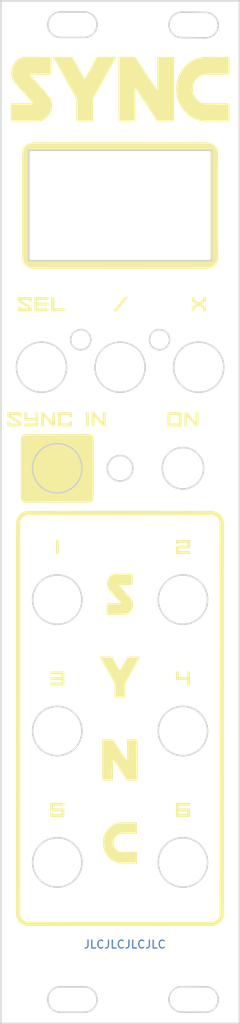
<source format=kicad_pcb>
(kicad_pcb (version 20241229) (generator "pcbnew") (generator_version "9.0")
  (layers (0 "F.Cu" signal) (2 "B.Cu" signal) (13 "F.Paste" user) (15 "B.Paste" user) (5 "F.SilkS" user "F.Silkscreen") (7 "B.SilkS" user "B.Silkscreen") (1 "F.Mask" user) (3 "B.Mask" user) (25 "Edge.Cuts" user))
  (net 0 "")
  (footprint "Front Panel:Sync Out" (layer "F.Cu") (at 133.6 92.45)
    (property "Reference" "G***" (hide yes))
    (property "Value" "LOGO" (hide yes))
  )
  (gr_circle (center 141.7056 122.5558) (end 144.8056 122.5558) (stroke (width 0.2)) (fill no) (layer "Edge.Cuts"))
  (gr_circle (center 125.9068 106.0458) (end 129.0068 106.0458) (stroke (width 0.2)) (fill no) (layer "Edge.Cuts"))
  (gr_circle (center 123.9256 76.8358) (end 127.0756 76.8358) (stroke (width 0.2)) (fill no) (layer "Edge.Cuts"))
  (gr_arc (start 129.3062 154.696754) (mid 130.906196 156.29675) (end 129.3062 157.896746) (stroke (width 0.2)) (layer "Edge.Cuts"))
  (gr_line (start 129.3062 154.696754) (end 126.301468 154.696754) (stroke (width 0.2)) (layer "Edge.Cuts"))
  (gr_line (start 118.8062 159.296754) (end 118.8062 30.796754) (stroke (width 0.2)) (layer "Edge.Cuts"))
  (gr_circle (center 125.9068 89.5358) (end 129.0068 89.5358) (stroke (width 0.2)) (fill no) (layer "Edge.Cuts"))
  (gr_line (start 129.3062 35.396746) (end 129.3062 35.396754) (stroke (width 0.2)) (layer "Edge.Cuts"))
  (gr_arc (start 141.530009 35.421877) (mid 139.946263 33.805789) (end 141.562351 32.22204) (stroke (width 0.2)) (layer "Edge.Cuts"))
  (gr_line (start 145.3124 49.5816) (end 145.3124 63.45) (stroke (width 0.2)) (layer "Edge.Cuts"))
  (gr_line (start 129.3062 32.196754) (end 126.301141 32.196754) (stroke (width 0.2)) (layer "Edge.Cuts"))
  (gr_line (start 144.534809 157.896706) (end 144.534809 157.896714) (stroke (width 0.2)) (layer "Edge.Cuts"))
  (gr_circle (center 141.7056 106.04575) (end 144.8056 106.04575) (stroke (width 0.2)) (fill no) (layer "Edge.Cuts"))
  (gr_circle (center 141.7056 139.0658) (end 144.8056 139.0658) (stroke (width 0.2)) (fill no) (layer "Edge.Cuts"))
  (gr_line (start 141.534879 157.875525) (end 144.534809 157.896714) (stroke (width 0.2)) (layer "Edge.Cuts"))
  (gr_line (start 126.306204 35.396754) (end 129.3062 35.396754) (stroke (width 0.2)) (layer "Edge.Cuts"))
  (gr_line (start 145.3124 63.45) (end 122.3 63.45) (stroke (width 0.2)) (layer "Edge.Cuts"))
  (gr_circle (center 138.7592 73.3814) (end 140.0292 73.3814) (stroke (width 0.2)) (fill no) (layer "Edge.Cuts"))
  (gr_line (start 118.8062 30.796754) (end 148.8062 30.796754) (stroke (width 0.2)) (layer "Edge.Cuts"))
  (gr_arc (start 126.306204 35.396754) (mid 124.7062 33.796754) (end 126.301141 32.196754) (stroke (width 0.2)) (layer "Edge.Cuts"))
  (gr_circle (center 128.8532 73.3814) (end 130.1232 73.3814) (stroke (width 0.2)) (fill no) (layer "Edge.Cuts"))
  (gr_circle (center 125.9068 139.0658) (end 129.0068 139.0658) (stroke (width 0.2)) (fill no) (layer "Edge.Cuts"))
  (gr_line (start 126.3062 157.896754) (end 129.3062 157.896754) (stroke (width 0.2)) (layer "Edge.Cuts"))
  (gr_circle (center 141.7056 89.5358) (end 144.3056 89.5358) (stroke (width 0.2)) (fill no) (layer "Edge.Cuts"))
  (gr_line (start 148.8062 30.796754) (end 148.8062 159.296754) (stroke (width 0.2)) (layer "Edge.Cuts"))
  (gr_circle (center 133.8062 89.5358) (end 135.4062 89.5358) (stroke (width 0.2)) (fill no) (layer "Edge.Cuts"))
  (gr_arc (start 144.55741 154.696793) (mid 146.146067 156.30805) (end 144.534809 157.896706) (stroke (width 0.2)) (layer "Edge.Cuts"))
  (gr_arc (start 144.562201 32.252361) (mid 146.145949 33.868451) (end 144.529859 35.452198) (stroke (width 0.2)) (layer "Edge.Cuts"))
  (gr_line (start 129.3062 157.896746) (end 129.3062 157.896754) (stroke (width 0.2)) (layer "Edge.Cuts"))
  (gr_circle (center 143.6868 76.8358) (end 146.8368 76.8358) (stroke (width 0.2)) (fill no) (layer "Edge.Cuts"))
  (gr_circle (center 133.8062 76.8358) (end 136.9562 76.8358) (stroke (width 0.2)) (fill no) (layer "Edge.Cuts"))
  (gr_circle (center 125.9068 122.5558) (end 129.0068 122.5558) (stroke (width 0.2)) (fill no) (layer "Edge.Cuts"))
  (gr_arc (start 129.3062 32.196754) (mid 130.906196 33.79675) (end 129.3062 35.396746) (stroke (width 0.2)) (layer "Edge.Cuts"))
  (gr_line (start 144.55741 154.696793) (end 141.552104 154.675567) (stroke (width 0.2)) (layer "Edge.Cuts"))
  (gr_line (start 122.3 49.5816) (end 145.3124 49.5816) (stroke (width 0.2)) (layer "Edge.Cuts"))
  (gr_line (start 122.3 63.45) (end 122.3 49.5816) (stroke (width 0.2)) (layer "Edge.Cuts"))
  (gr_line (start 148.8062 159.296754) (end 118.8062 159.296754) (stroke (width 0.2)) (layer "Edge.Cuts"))
  (gr_line (start 144.562201 32.252361) (end 141.562351 32.22204) (stroke (width 0.2)) (layer "Edge.Cuts"))
  (gr_arc (start 141.534879 157.875525) (mid 139.946215 156.264259) (end 141.552104 154.675567) (stroke (width 0.2)) (layer "Edge.Cuts"))
  (gr_line (start 141.530009 35.421877) (end 144.529859 35.452198) (stroke (width 0.2)) (layer "Edge.Cuts"))
  (gr_arc (start 126.3062 157.896754) (mid 124.7062 156.296754) (end 126.301468 154.696754) (stroke (width 0.2)) (layer "Edge.Cuts"))
  (gr_text "JLCJLCJLCJLC" (at 129.15 149.95 0) (layer "B.Cu") (effects (font (size 1 1)) (justify left bottom)))
)
</source>
